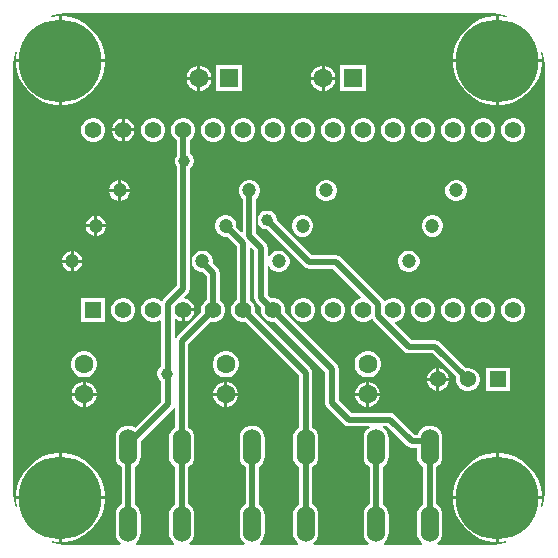
<source format=gbl>
G04*
G04 #@! TF.GenerationSoftware,Altium Limited,Altium Designer,23.6.0 (18)*
G04*
G04 Layer_Physical_Order=2*
G04 Layer_Color=16711680*
%FSLAX25Y25*%
%MOIN*%
G70*
G04*
G04 #@! TF.SameCoordinates,54EF131F-FBDF-42A5-9582-CEBE5E936E37*
G04*
G04*
G04 #@! TF.FilePolarity,Positive*
G04*
G01*
G75*
%ADD16C,0.05567*%
%ADD17R,0.05567X0.05567*%
%ADD26C,0.01968*%
%ADD27C,0.04724*%
%ADD28C,0.06299*%
%ADD29O,0.06000X0.12000*%
%ADD30C,0.27559*%
%ADD31C,0.05394*%
%ADD32R,0.05394X0.05394*%
%ADD33R,0.06299X0.06299*%
%ADD34C,0.03937*%
G36*
X167953Y182872D02*
X169657Y182533D01*
X170415Y182303D01*
X170303Y181815D01*
X168486Y182102D01*
X167823D01*
Y167823D01*
X182102D01*
Y168486D01*
X181815Y170303D01*
X182303Y170415D01*
X182533Y169657D01*
X182872Y167953D01*
X183042Y166223D01*
Y165354D01*
Y23622D01*
Y22753D01*
X182872Y21024D01*
X182533Y19319D01*
X182303Y18561D01*
X181815Y18673D01*
X182102Y20490D01*
Y21154D01*
X167823D01*
Y6874D01*
X168486D01*
X170303Y7162D01*
X170415Y6673D01*
X169657Y6443D01*
X167953Y6104D01*
X166223Y5934D01*
X147390D01*
X147221Y6434D01*
X147709Y6808D01*
X148379Y7682D01*
X148800Y8699D01*
X148944Y9791D01*
Y15790D01*
X148800Y16882D01*
X148379Y17899D01*
X147709Y18773D01*
X146934Y19367D01*
Y31815D01*
X147709Y32409D01*
X148379Y33282D01*
X148800Y34299D01*
X148944Y35391D01*
Y41391D01*
X148800Y42482D01*
X148379Y43499D01*
X147709Y44373D01*
X146835Y45043D01*
X145818Y45464D01*
X144727Y45608D01*
X143635Y45464D01*
X142618Y45043D01*
X141745Y44373D01*
X141075Y43499D01*
X140708Y42614D01*
X139642D01*
X133039Y49217D01*
X132323Y49696D01*
X131478Y49863D01*
X118613D01*
X114412Y54064D01*
Y64518D01*
X114244Y65363D01*
X113766Y66079D01*
X96446Y83399D01*
X96514Y83651D01*
Y84695D01*
X96244Y85703D01*
X95722Y86607D01*
X94984Y87346D01*
X94080Y87868D01*
X93071Y88138D01*
X92027D01*
X91812Y88080D01*
X90725Y89168D01*
Y98610D01*
X90811Y98676D01*
X91464Y98545D01*
X91653Y98218D01*
X92313Y97558D01*
X93120Y97092D01*
X94022Y96850D01*
X94955D01*
X95856Y97092D01*
X96664Y97558D01*
X97324Y98218D01*
X97790Y99026D01*
X98032Y99927D01*
Y100860D01*
X97790Y101761D01*
X97324Y102569D01*
X96664Y103229D01*
X95856Y103695D01*
X94955Y103937D01*
X94022D01*
X93120Y103695D01*
X92313Y103229D01*
X91653Y102569D01*
X91464Y102242D01*
X90811Y102112D01*
X90725Y102178D01*
Y104914D01*
X90557Y105759D01*
X90078Y106475D01*
X86853Y109699D01*
Y121213D01*
X87481Y121840D01*
X87947Y122648D01*
X88189Y123549D01*
Y124482D01*
X87947Y125383D01*
X87481Y126191D01*
X86821Y126851D01*
X86013Y127318D01*
X85112Y127559D01*
X84179D01*
X83278Y127318D01*
X82470Y126851D01*
X81810Y126191D01*
X81344Y125383D01*
X81102Y124482D01*
Y123549D01*
X81344Y122648D01*
X81810Y121840D01*
X82438Y121213D01*
Y110314D01*
X81976Y110123D01*
X80315Y111784D01*
Y112671D01*
X80073Y113572D01*
X79607Y114380D01*
X78947Y115040D01*
X78139Y115506D01*
X77238Y115748D01*
X76305D01*
X75404Y115506D01*
X74596Y115040D01*
X73936Y114380D01*
X73470Y113572D01*
X73228Y112671D01*
Y111738D01*
X73470Y110837D01*
X73936Y110029D01*
X74596Y109369D01*
X75404Y108903D01*
X76305Y108661D01*
X77193D01*
X80341Y105513D01*
Y87476D01*
X80115Y87346D01*
X79377Y86607D01*
X78855Y85703D01*
X78585Y84695D01*
Y83651D01*
X78855Y82643D01*
X79377Y81739D01*
X80115Y81001D01*
X81019Y80479D01*
X82027Y80209D01*
X83071D01*
X83324Y80276D01*
X101180Y62420D01*
Y44967D01*
X100406Y44373D01*
X99736Y43499D01*
X99315Y42482D01*
X99171Y41391D01*
Y35391D01*
X99315Y34299D01*
X99736Y33282D01*
X100406Y32409D01*
X101180Y31815D01*
Y19367D01*
X100406Y18773D01*
X99736Y17899D01*
X99315Y16882D01*
X99171Y15790D01*
Y9791D01*
X99315Y8699D01*
X99736Y7682D01*
X100406Y6808D01*
X100894Y6434D01*
X100724Y5934D01*
X88252D01*
X88082Y6434D01*
X88570Y6808D01*
X89240Y7682D01*
X89662Y8699D01*
X89805Y9791D01*
Y15790D01*
X89662Y16882D01*
X89240Y17899D01*
X88570Y18773D01*
X87796Y19367D01*
Y31815D01*
X88570Y32409D01*
X89240Y33282D01*
X89662Y34299D01*
X89805Y35391D01*
Y41391D01*
X89662Y42482D01*
X89240Y43499D01*
X88570Y44373D01*
X87697Y45043D01*
X86680Y45464D01*
X85588Y45608D01*
X84497Y45464D01*
X83480Y45043D01*
X82606Y44373D01*
X81936Y43499D01*
X81515Y42482D01*
X81371Y41391D01*
Y35391D01*
X81515Y34299D01*
X81936Y33282D01*
X82606Y32409D01*
X83380Y31815D01*
Y19367D01*
X82606Y18773D01*
X81936Y17899D01*
X81515Y16882D01*
X81371Y15790D01*
Y9791D01*
X81515Y8699D01*
X81936Y7682D01*
X82606Y6808D01*
X83094Y6434D01*
X82924Y5934D01*
X64713D01*
X64543Y6434D01*
X65032Y6808D01*
X65702Y7682D01*
X66123Y8699D01*
X66267Y9791D01*
Y15790D01*
X66123Y16882D01*
X65702Y17899D01*
X65032Y18773D01*
X64257Y19367D01*
Y31815D01*
X65032Y32409D01*
X65702Y33282D01*
X66123Y34299D01*
X66267Y35391D01*
Y41391D01*
X66123Y42482D01*
X65702Y43499D01*
X65032Y44373D01*
X64257Y44967D01*
Y72759D01*
X71775Y80276D01*
X72027Y80209D01*
X73071D01*
X74080Y80479D01*
X74984Y81001D01*
X75722Y81739D01*
X76244Y82643D01*
X76514Y83651D01*
Y84695D01*
X76244Y85703D01*
X75722Y86607D01*
X74984Y87346D01*
X74757Y87476D01*
Y96529D01*
X74589Y97374D01*
X74110Y98090D01*
X72405Y99795D01*
X72441Y99927D01*
Y100860D01*
X72199Y101761D01*
X71733Y102569D01*
X71073Y103229D01*
X70265Y103695D01*
X69364Y103937D01*
X68431D01*
X67530Y103695D01*
X66722Y103229D01*
X66062Y102569D01*
X65596Y101761D01*
X65354Y100860D01*
Y99927D01*
X65596Y99026D01*
X66062Y98218D01*
X66722Y97558D01*
X67530Y97092D01*
X68431Y96850D01*
X69105D01*
X70341Y95614D01*
Y87476D01*
X70115Y87346D01*
X69377Y86607D01*
X68855Y85703D01*
X68585Y84695D01*
Y83651D01*
X68652Y83399D01*
X60488Y75235D01*
X60206Y74812D01*
X59706Y74963D01*
Y81013D01*
X60168Y81204D01*
X60226Y81146D01*
X61089Y80648D01*
X62049Y80390D01*
Y84173D01*
X62549D01*
Y84673D01*
X66332D01*
X66075Y85634D01*
X65577Y86496D01*
X64872Y87201D01*
X64010Y87699D01*
X63139Y87932D01*
X62903Y88404D01*
X64110Y89611D01*
X64589Y90327D01*
X64757Y91172D01*
Y131240D01*
X64926Y131338D01*
X65512Y131924D01*
X65927Y132643D01*
X66142Y133444D01*
Y134273D01*
X65927Y135074D01*
X65512Y135792D01*
X64926Y136379D01*
X64757Y136476D01*
Y140870D01*
X64983Y141001D01*
X65722Y141739D01*
X66244Y142643D01*
X66514Y143651D01*
Y144695D01*
X66244Y145703D01*
X65722Y146607D01*
X64983Y147346D01*
X64079Y147868D01*
X63071Y148138D01*
X62027D01*
X61019Y147868D01*
X60115Y147346D01*
X59377Y146607D01*
X58855Y145703D01*
X58585Y144695D01*
Y143651D01*
X58855Y142643D01*
X59377Y141739D01*
X60115Y141001D01*
X60341Y140870D01*
Y135566D01*
X60057Y135074D01*
X59842Y134273D01*
Y133444D01*
X60057Y132643D01*
X60341Y132150D01*
Y92086D01*
X55937Y87682D01*
X55704Y87333D01*
X55060Y87269D01*
X54984Y87346D01*
X54080Y87868D01*
X53071Y88138D01*
X52027D01*
X51019Y87868D01*
X50115Y87346D01*
X49377Y86607D01*
X48855Y85703D01*
X48585Y84695D01*
Y83651D01*
X48855Y82643D01*
X49377Y81739D01*
X50115Y81001D01*
X51019Y80479D01*
X52027Y80209D01*
X53071D01*
X54080Y80479D01*
X54790Y80889D01*
X55290Y80642D01*
Y65592D01*
X55153Y65512D01*
X54566Y64926D01*
X54152Y64208D01*
X53937Y63407D01*
Y62577D01*
X54152Y61776D01*
X54566Y61058D01*
X55153Y60472D01*
X55290Y60392D01*
Y53585D01*
X46579Y44873D01*
X46358Y45043D01*
X45341Y45464D01*
X44250Y45608D01*
X43158Y45464D01*
X42141Y45043D01*
X41268Y44373D01*
X40597Y43499D01*
X40176Y42482D01*
X40032Y41391D01*
Y35391D01*
X40176Y34299D01*
X40597Y33282D01*
X41268Y32409D01*
X42042Y31815D01*
Y19367D01*
X41268Y18773D01*
X40597Y17899D01*
X40176Y16882D01*
X40032Y15790D01*
Y9791D01*
X40176Y8699D01*
X40597Y7682D01*
X41268Y6808D01*
X41756Y6434D01*
X41586Y5934D01*
X22753D01*
X21023Y6104D01*
X19319Y6443D01*
X18561Y6673D01*
X18673Y7162D01*
X20490Y6874D01*
X21154D01*
Y21154D01*
X6874D01*
Y20490D01*
X7162Y18673D01*
X6673Y18561D01*
X6443Y19319D01*
X6104Y21023D01*
X5934Y22753D01*
Y23622D01*
Y165354D01*
Y166223D01*
X6104Y167953D01*
X6443Y169657D01*
X6673Y170415D01*
X7162Y170303D01*
X6874Y168486D01*
Y167823D01*
X21154D01*
Y182102D01*
X20490D01*
X18673Y181815D01*
X18561Y182303D01*
X19319Y182533D01*
X21024Y182872D01*
X22753Y183042D01*
X166223D01*
X167953Y182872D01*
D02*
G37*
G36*
X137166Y38845D02*
X137883Y38367D01*
X138728Y38199D01*
X140510D01*
Y35391D01*
X140653Y34299D01*
X141075Y33282D01*
X141745Y32409D01*
X142519Y31815D01*
Y19367D01*
X141745Y18773D01*
X141075Y17899D01*
X140653Y16882D01*
X140510Y15790D01*
Y9791D01*
X140653Y8699D01*
X141075Y7682D01*
X141745Y6808D01*
X142233Y6434D01*
X142063Y5934D01*
X129590D01*
X129421Y6434D01*
X129909Y6808D01*
X130579Y7682D01*
X131000Y8699D01*
X131144Y9791D01*
Y15790D01*
X131000Y16882D01*
X130579Y17899D01*
X129909Y18773D01*
X129135Y19367D01*
Y31815D01*
X129909Y32409D01*
X130579Y33282D01*
X131000Y34299D01*
X131144Y35391D01*
Y41391D01*
X131000Y42482D01*
X130579Y43499D01*
X129909Y44373D01*
X129159Y44948D01*
X129308Y45448D01*
X130564D01*
X137166Y38845D01*
D02*
G37*
G36*
X86309Y103999D02*
Y88253D01*
X86477Y87408D01*
X86956Y86692D01*
X88662Y84985D01*
X88585Y84695D01*
Y83651D01*
X88855Y82643D01*
X89377Y81739D01*
X90115Y81001D01*
X91019Y80479D01*
X92027Y80209D01*
X93071D01*
X93324Y80276D01*
X109997Y63603D01*
Y53150D01*
X110165Y52305D01*
X110644Y51588D01*
X116137Y46095D01*
X116854Y45616D01*
X117699Y45448D01*
X124546D01*
X124695Y44948D01*
X123945Y44373D01*
X123275Y43499D01*
X122853Y42482D01*
X122710Y41391D01*
Y35391D01*
X122853Y34299D01*
X123275Y33282D01*
X123945Y32409D01*
X124719Y31815D01*
Y19367D01*
X123945Y18773D01*
X123275Y17899D01*
X122853Y16882D01*
X122710Y15790D01*
Y9791D01*
X122853Y8699D01*
X123275Y7682D01*
X123945Y6808D01*
X124433Y6434D01*
X124263Y5934D01*
X106052D01*
X105882Y6434D01*
X106370Y6808D01*
X107040Y7682D01*
X107462Y8699D01*
X107605Y9791D01*
Y15790D01*
X107462Y16882D01*
X107040Y17899D01*
X106370Y18773D01*
X105596Y19367D01*
Y31815D01*
X106370Y32409D01*
X107040Y33282D01*
X107462Y34299D01*
X107605Y35391D01*
Y41391D01*
X107462Y42482D01*
X107040Y43499D01*
X106370Y44373D01*
X105596Y44967D01*
Y63334D01*
X105428Y64179D01*
X104949Y64895D01*
X86446Y83399D01*
X86514Y83651D01*
Y84695D01*
X86244Y85703D01*
X85722Y86607D01*
X84983Y87346D01*
X84757Y87476D01*
Y104898D01*
X85219Y105089D01*
X86309Y103999D01*
D02*
G37*
G36*
X59842Y51381D02*
Y44967D01*
X59068Y44373D01*
X58397Y43499D01*
X57976Y42482D01*
X57832Y41391D01*
Y35391D01*
X57976Y34299D01*
X58397Y33282D01*
X59068Y32409D01*
X59842Y31815D01*
Y19367D01*
X59068Y18773D01*
X58397Y17899D01*
X57976Y16882D01*
X57832Y15790D01*
Y9791D01*
X57976Y8699D01*
X58397Y7682D01*
X59068Y6808D01*
X59556Y6434D01*
X59386Y5934D01*
X46913D01*
X46744Y6434D01*
X47232Y6808D01*
X47902Y7682D01*
X48323Y8699D01*
X48467Y9791D01*
Y15790D01*
X48323Y16882D01*
X47902Y17899D01*
X47232Y18773D01*
X46457Y19367D01*
Y31815D01*
X47232Y32409D01*
X47902Y33282D01*
X48323Y34299D01*
X48467Y35391D01*
Y40517D01*
X59059Y51109D01*
X59342Y51532D01*
X59842Y51381D01*
D02*
G37*
%LPC*%
G36*
X166823Y182102D02*
X166160D01*
X163862Y181738D01*
X161650Y181020D01*
X159577Y179963D01*
X157695Y178596D01*
X156050Y176951D01*
X154682Y175069D01*
X153626Y172996D01*
X152907Y170784D01*
X152543Y168486D01*
Y167823D01*
X166823D01*
Y182102D01*
D02*
G37*
G36*
X22817D02*
X22153D01*
Y167823D01*
X36433D01*
Y168486D01*
X36069Y170784D01*
X35350Y172996D01*
X34294Y175069D01*
X32927Y176951D01*
X31282Y178596D01*
X29400Y179963D01*
X27327Y181020D01*
X25114Y181738D01*
X22817Y182102D01*
D02*
G37*
G36*
X109720Y165567D02*
X109673D01*
Y161917D01*
X113323D01*
Y161964D01*
X113040Y163019D01*
X112494Y163965D01*
X111721Y164738D01*
X110775Y165284D01*
X109720Y165567D01*
D02*
G37*
G36*
X68381D02*
X68335D01*
Y161917D01*
X71984D01*
Y161964D01*
X71702Y163019D01*
X71155Y163965D01*
X70383Y164738D01*
X69436Y165284D01*
X68381Y165567D01*
D02*
G37*
G36*
X67335D02*
X67288D01*
X66233Y165284D01*
X65287Y164738D01*
X64514Y163965D01*
X63968Y163019D01*
X63685Y161964D01*
Y161917D01*
X67335D01*
Y165567D01*
D02*
G37*
G36*
X108673D02*
X108627D01*
X107571Y165284D01*
X106625Y164738D01*
X105853Y163965D01*
X105306Y163019D01*
X105024Y161964D01*
Y161917D01*
X108673D01*
Y165567D01*
D02*
G37*
G36*
X113323Y160917D02*
X109673D01*
Y157268D01*
X109720D01*
X110775Y157551D01*
X111721Y158097D01*
X112494Y158869D01*
X113040Y159816D01*
X113323Y160871D01*
Y160917D01*
D02*
G37*
G36*
X108673D02*
X105024D01*
Y160871D01*
X105306Y159816D01*
X105853Y158869D01*
X106625Y158097D01*
X107571Y157551D01*
X108627Y157268D01*
X108673D01*
Y160917D01*
D02*
G37*
G36*
X71984D02*
X68335D01*
Y157268D01*
X68381D01*
X69436Y157551D01*
X70383Y158097D01*
X71155Y158869D01*
X71702Y159816D01*
X71984Y160871D01*
Y160917D01*
D02*
G37*
G36*
X67335D02*
X63685D01*
Y160871D01*
X63968Y159816D01*
X64514Y158869D01*
X65287Y158097D01*
X66233Y157551D01*
X67288Y157268D01*
X67335D01*
Y160917D01*
D02*
G37*
G36*
X123504Y165748D02*
X114842D01*
Y157087D01*
X123504D01*
Y165748D01*
D02*
G37*
G36*
X82165D02*
X73504D01*
Y157087D01*
X82165D01*
Y165748D01*
D02*
G37*
G36*
X182102Y166823D02*
X167823D01*
Y152543D01*
X168486D01*
X170784Y152907D01*
X172996Y153626D01*
X175069Y154682D01*
X176951Y156050D01*
X178596Y157695D01*
X179963Y159577D01*
X181020Y161650D01*
X181738Y163862D01*
X182102Y166160D01*
Y166823D01*
D02*
G37*
G36*
X166823D02*
X152543D01*
Y166160D01*
X152907Y163862D01*
X153626Y161650D01*
X154682Y159577D01*
X156050Y157695D01*
X157695Y156050D01*
X159577Y154682D01*
X161650Y153626D01*
X163862Y152907D01*
X166160Y152543D01*
X166823D01*
Y166823D01*
D02*
G37*
G36*
X36433D02*
X22153D01*
Y152543D01*
X22817D01*
X25114Y152907D01*
X27327Y153626D01*
X29400Y154682D01*
X31282Y156050D01*
X32927Y157695D01*
X34294Y159577D01*
X35350Y161650D01*
X36069Y163862D01*
X36433Y166160D01*
Y166823D01*
D02*
G37*
G36*
X21154D02*
X6874D01*
Y166160D01*
X7238Y163862D01*
X7957Y161650D01*
X9013Y159577D01*
X10380Y157695D01*
X12025Y156050D01*
X13907Y154682D01*
X15980Y153626D01*
X18193Y152907D01*
X20490Y152543D01*
X21154D01*
Y166823D01*
D02*
G37*
G36*
X43049Y147956D02*
Y144673D01*
X46332D01*
X46075Y145634D01*
X45577Y146496D01*
X44872Y147201D01*
X44010Y147699D01*
X43049Y147956D01*
D02*
G37*
G36*
X42049D02*
X41089Y147699D01*
X40226Y147201D01*
X39522Y146496D01*
X39024Y145634D01*
X38766Y144673D01*
X42049D01*
Y147956D01*
D02*
G37*
G36*
X46332Y143673D02*
X43049D01*
Y140390D01*
X44010Y140648D01*
X44872Y141146D01*
X45577Y141850D01*
X46075Y142713D01*
X46332Y143673D01*
D02*
G37*
G36*
X42049D02*
X38766D01*
X39024Y142713D01*
X39522Y141850D01*
X40226Y141146D01*
X41089Y140648D01*
X42049Y140390D01*
Y143673D01*
D02*
G37*
G36*
X173071Y148138D02*
X172027D01*
X171019Y147868D01*
X170115Y147346D01*
X169377Y146607D01*
X168855Y145703D01*
X168585Y144695D01*
Y143651D01*
X168855Y142643D01*
X169377Y141739D01*
X170115Y141001D01*
X171019Y140479D01*
X172027Y140209D01*
X173071D01*
X174080Y140479D01*
X174984Y141001D01*
X175722Y141739D01*
X176244Y142643D01*
X176514Y143651D01*
Y144695D01*
X176244Y145703D01*
X175722Y146607D01*
X174984Y147346D01*
X174080Y147868D01*
X173071Y148138D01*
D02*
G37*
G36*
X163071D02*
X162027D01*
X161019Y147868D01*
X160115Y147346D01*
X159377Y146607D01*
X158855Y145703D01*
X158585Y144695D01*
Y143651D01*
X158855Y142643D01*
X159377Y141739D01*
X160115Y141001D01*
X161019Y140479D01*
X162027Y140209D01*
X163071D01*
X164079Y140479D01*
X164983Y141001D01*
X165722Y141739D01*
X166244Y142643D01*
X166514Y143651D01*
Y144695D01*
X166244Y145703D01*
X165722Y146607D01*
X164983Y147346D01*
X164079Y147868D01*
X163071Y148138D01*
D02*
G37*
G36*
X153071D02*
X152027D01*
X151019Y147868D01*
X150115Y147346D01*
X149377Y146607D01*
X148855Y145703D01*
X148585Y144695D01*
Y143651D01*
X148855Y142643D01*
X149377Y141739D01*
X150115Y141001D01*
X151019Y140479D01*
X152027Y140209D01*
X153071D01*
X154079Y140479D01*
X154983Y141001D01*
X155722Y141739D01*
X156244Y142643D01*
X156514Y143651D01*
Y144695D01*
X156244Y145703D01*
X155722Y146607D01*
X154983Y147346D01*
X154079Y147868D01*
X153071Y148138D01*
D02*
G37*
G36*
X143071D02*
X142027D01*
X141019Y147868D01*
X140115Y147346D01*
X139377Y146607D01*
X138855Y145703D01*
X138585Y144695D01*
Y143651D01*
X138855Y142643D01*
X139377Y141739D01*
X140115Y141001D01*
X141019Y140479D01*
X142027Y140209D01*
X143071D01*
X144079Y140479D01*
X144983Y141001D01*
X145722Y141739D01*
X146244Y142643D01*
X146514Y143651D01*
Y144695D01*
X146244Y145703D01*
X145722Y146607D01*
X144983Y147346D01*
X144079Y147868D01*
X143071Y148138D01*
D02*
G37*
G36*
X133071D02*
X132027D01*
X131019Y147868D01*
X130115Y147346D01*
X129377Y146607D01*
X128855Y145703D01*
X128585Y144695D01*
Y143651D01*
X128855Y142643D01*
X129377Y141739D01*
X130115Y141001D01*
X131019Y140479D01*
X132027Y140209D01*
X133071D01*
X134080Y140479D01*
X134984Y141001D01*
X135722Y141739D01*
X136244Y142643D01*
X136514Y143651D01*
Y144695D01*
X136244Y145703D01*
X135722Y146607D01*
X134984Y147346D01*
X134080Y147868D01*
X133071Y148138D01*
D02*
G37*
G36*
X123071D02*
X122027D01*
X121019Y147868D01*
X120115Y147346D01*
X119377Y146607D01*
X118855Y145703D01*
X118585Y144695D01*
Y143651D01*
X118855Y142643D01*
X119377Y141739D01*
X120115Y141001D01*
X121019Y140479D01*
X122027Y140209D01*
X123071D01*
X124080Y140479D01*
X124984Y141001D01*
X125722Y141739D01*
X126244Y142643D01*
X126514Y143651D01*
Y144695D01*
X126244Y145703D01*
X125722Y146607D01*
X124984Y147346D01*
X124080Y147868D01*
X123071Y148138D01*
D02*
G37*
G36*
X113071D02*
X112027D01*
X111019Y147868D01*
X110115Y147346D01*
X109377Y146607D01*
X108855Y145703D01*
X108585Y144695D01*
Y143651D01*
X108855Y142643D01*
X109377Y141739D01*
X110115Y141001D01*
X111019Y140479D01*
X112027Y140209D01*
X113071D01*
X114079Y140479D01*
X114983Y141001D01*
X115722Y141739D01*
X116244Y142643D01*
X116514Y143651D01*
Y144695D01*
X116244Y145703D01*
X115722Y146607D01*
X114983Y147346D01*
X114079Y147868D01*
X113071Y148138D01*
D02*
G37*
G36*
X103071D02*
X102027D01*
X101019Y147868D01*
X100115Y147346D01*
X99377Y146607D01*
X98855Y145703D01*
X98585Y144695D01*
Y143651D01*
X98855Y142643D01*
X99377Y141739D01*
X100115Y141001D01*
X101019Y140479D01*
X102027Y140209D01*
X103071D01*
X104079Y140479D01*
X104983Y141001D01*
X105722Y141739D01*
X106244Y142643D01*
X106514Y143651D01*
Y144695D01*
X106244Y145703D01*
X105722Y146607D01*
X104983Y147346D01*
X104079Y147868D01*
X103071Y148138D01*
D02*
G37*
G36*
X93071D02*
X92027D01*
X91019Y147868D01*
X90115Y147346D01*
X89377Y146607D01*
X88855Y145703D01*
X88585Y144695D01*
Y143651D01*
X88855Y142643D01*
X89377Y141739D01*
X90115Y141001D01*
X91019Y140479D01*
X92027Y140209D01*
X93071D01*
X94080Y140479D01*
X94984Y141001D01*
X95722Y141739D01*
X96244Y142643D01*
X96514Y143651D01*
Y144695D01*
X96244Y145703D01*
X95722Y146607D01*
X94984Y147346D01*
X94080Y147868D01*
X93071Y148138D01*
D02*
G37*
G36*
X83071D02*
X82027D01*
X81019Y147868D01*
X80115Y147346D01*
X79377Y146607D01*
X78855Y145703D01*
X78585Y144695D01*
Y143651D01*
X78855Y142643D01*
X79377Y141739D01*
X80115Y141001D01*
X81019Y140479D01*
X82027Y140209D01*
X83071D01*
X84079Y140479D01*
X84983Y141001D01*
X85722Y141739D01*
X86244Y142643D01*
X86514Y143651D01*
Y144695D01*
X86244Y145703D01*
X85722Y146607D01*
X84983Y147346D01*
X84079Y147868D01*
X83071Y148138D01*
D02*
G37*
G36*
X73071D02*
X72027D01*
X71019Y147868D01*
X70115Y147346D01*
X69377Y146607D01*
X68855Y145703D01*
X68585Y144695D01*
Y143651D01*
X68855Y142643D01*
X69377Y141739D01*
X70115Y141001D01*
X71019Y140479D01*
X72027Y140209D01*
X73071D01*
X74080Y140479D01*
X74984Y141001D01*
X75722Y141739D01*
X76244Y142643D01*
X76514Y143651D01*
Y144695D01*
X76244Y145703D01*
X75722Y146607D01*
X74984Y147346D01*
X74080Y147868D01*
X73071Y148138D01*
D02*
G37*
G36*
X53071D02*
X52027D01*
X51019Y147868D01*
X50115Y147346D01*
X49377Y146607D01*
X48855Y145703D01*
X48585Y144695D01*
Y143651D01*
X48855Y142643D01*
X49377Y141739D01*
X50115Y141001D01*
X51019Y140479D01*
X52027Y140209D01*
X53071D01*
X54080Y140479D01*
X54984Y141001D01*
X55722Y141739D01*
X56244Y142643D01*
X56514Y143651D01*
Y144695D01*
X56244Y145703D01*
X55722Y146607D01*
X54984Y147346D01*
X54080Y147868D01*
X53071Y148138D01*
D02*
G37*
G36*
X33071D02*
X32027D01*
X31019Y147868D01*
X30115Y147346D01*
X29377Y146607D01*
X28855Y145703D01*
X28585Y144695D01*
Y143651D01*
X28855Y142643D01*
X29377Y141739D01*
X30115Y141001D01*
X31019Y140479D01*
X32027Y140209D01*
X33071D01*
X34080Y140479D01*
X34984Y141001D01*
X35722Y141739D01*
X36244Y142643D01*
X36514Y143651D01*
Y144695D01*
X36244Y145703D01*
X35722Y146607D01*
X34984Y147346D01*
X34080Y147868D01*
X33071Y148138D01*
D02*
G37*
G36*
X41839Y127363D02*
Y124516D01*
X44685D01*
X44472Y125313D01*
X44029Y126080D01*
X43403Y126706D01*
X42636Y127149D01*
X41839Y127363D01*
D02*
G37*
G36*
X40839D02*
X40041Y127149D01*
X39274Y126706D01*
X38648Y126080D01*
X38206Y125313D01*
X37992Y124516D01*
X40839D01*
Y127363D01*
D02*
G37*
G36*
X44685Y123516D02*
X41839D01*
Y120669D01*
X42636Y120883D01*
X43403Y121325D01*
X44029Y121951D01*
X44472Y122718D01*
X44685Y123516D01*
D02*
G37*
G36*
X40839D02*
X37992D01*
X38206Y122718D01*
X38648Y121951D01*
X39274Y121325D01*
X40041Y120883D01*
X40839Y120669D01*
Y123516D01*
D02*
G37*
G36*
X154010Y127559D02*
X153077D01*
X152176Y127318D01*
X151368Y126851D01*
X150708Y126191D01*
X150241Y125383D01*
X150000Y124482D01*
Y123549D01*
X150241Y122648D01*
X150708Y121840D01*
X151368Y121180D01*
X152176Y120714D01*
X153077Y120473D01*
X154010D01*
X154911Y120714D01*
X155719Y121180D01*
X156379Y121840D01*
X156845Y122648D01*
X157087Y123549D01*
Y124482D01*
X156845Y125383D01*
X156379Y126191D01*
X155719Y126851D01*
X154911Y127318D01*
X154010Y127559D01*
D02*
G37*
G36*
X110703D02*
X109770D01*
X108869Y127318D01*
X108061Y126851D01*
X107401Y126191D01*
X106934Y125383D01*
X106693Y124482D01*
Y123549D01*
X106934Y122648D01*
X107401Y121840D01*
X108061Y121180D01*
X108869Y120714D01*
X109770Y120473D01*
X110703D01*
X111604Y120714D01*
X112412Y121180D01*
X113072Y121840D01*
X113538Y122648D01*
X113779Y123549D01*
Y124482D01*
X113538Y125383D01*
X113072Y126191D01*
X112412Y126851D01*
X111604Y127318D01*
X110703Y127559D01*
D02*
G37*
G36*
X33965Y115551D02*
Y112705D01*
X36811D01*
X36598Y113503D01*
X36155Y114269D01*
X35529Y114895D01*
X34762Y115338D01*
X33965Y115551D01*
D02*
G37*
G36*
X32965D02*
X32167Y115338D01*
X31400Y114895D01*
X30774Y114269D01*
X30332Y113503D01*
X30118Y112705D01*
X32965D01*
Y115551D01*
D02*
G37*
G36*
X36811Y111705D02*
X33965D01*
Y108858D01*
X34762Y109072D01*
X35529Y109514D01*
X36155Y110140D01*
X36598Y110907D01*
X36811Y111705D01*
D02*
G37*
G36*
X32965D02*
X30118D01*
X30332Y110907D01*
X30774Y110140D01*
X31400Y109514D01*
X32167Y109072D01*
X32965Y108858D01*
Y111705D01*
D02*
G37*
G36*
X146136Y115748D02*
X145203D01*
X144302Y115506D01*
X143494Y115040D01*
X142834Y114380D01*
X142367Y113572D01*
X142126Y112671D01*
Y111738D01*
X142367Y110837D01*
X142834Y110029D01*
X143494Y109369D01*
X144302Y108903D01*
X145203Y108661D01*
X146136D01*
X147037Y108903D01*
X147845Y109369D01*
X148505Y110029D01*
X148971Y110837D01*
X149213Y111738D01*
Y112671D01*
X148971Y113572D01*
X148505Y114380D01*
X147845Y115040D01*
X147037Y115506D01*
X146136Y115748D01*
D02*
G37*
G36*
X102829D02*
X101896D01*
X100995Y115506D01*
X100187Y115040D01*
X99527Y114380D01*
X99060Y113572D01*
X98819Y112671D01*
Y111738D01*
X99060Y110837D01*
X99527Y110029D01*
X100187Y109369D01*
X100995Y108903D01*
X101896Y108661D01*
X102829D01*
X103730Y108903D01*
X104538Y109369D01*
X105198Y110029D01*
X105664Y110837D01*
X105905Y111738D01*
Y112671D01*
X105664Y113572D01*
X105198Y114380D01*
X104538Y115040D01*
X103730Y115506D01*
X102829Y115748D01*
D02*
G37*
G36*
X26091Y103741D02*
Y100894D01*
X28937D01*
X28724Y101691D01*
X28281Y102458D01*
X27655Y103084D01*
X26888Y103527D01*
X26091Y103741D01*
D02*
G37*
G36*
X25091D02*
X24293Y103527D01*
X23526Y103084D01*
X22900Y102458D01*
X22457Y101691D01*
X22244Y100894D01*
X25091D01*
Y103741D01*
D02*
G37*
G36*
X28937Y99894D02*
X26091D01*
Y97047D01*
X26888Y97261D01*
X27655Y97703D01*
X28281Y98329D01*
X28724Y99096D01*
X28937Y99894D01*
D02*
G37*
G36*
X25091D02*
X22244D01*
X22457Y99096D01*
X22900Y98329D01*
X23526Y97703D01*
X24293Y97261D01*
X25091Y97047D01*
Y99894D01*
D02*
G37*
G36*
X138262Y103937D02*
X137329D01*
X136428Y103695D01*
X135620Y103229D01*
X134960Y102569D01*
X134493Y101761D01*
X134252Y100860D01*
Y99927D01*
X134493Y99026D01*
X134960Y98218D01*
X135620Y97558D01*
X136428Y97092D01*
X137329Y96850D01*
X138262D01*
X139163Y97092D01*
X139971Y97558D01*
X140631Y98218D01*
X141097Y99026D01*
X141339Y99927D01*
Y100860D01*
X141097Y101761D01*
X140631Y102569D01*
X139971Y103229D01*
X139163Y103695D01*
X138262Y103937D01*
D02*
G37*
G36*
X66332Y83673D02*
X63049D01*
Y80390D01*
X64010Y80648D01*
X64872Y81146D01*
X65577Y81850D01*
X66075Y82713D01*
X66332Y83673D01*
D02*
G37*
G36*
X173071Y88138D02*
X172027D01*
X171019Y87868D01*
X170115Y87346D01*
X169377Y86607D01*
X168855Y85703D01*
X168585Y84695D01*
Y83651D01*
X168855Y82643D01*
X169377Y81739D01*
X170115Y81001D01*
X171019Y80479D01*
X172027Y80209D01*
X173071D01*
X174080Y80479D01*
X174984Y81001D01*
X175722Y81739D01*
X176244Y82643D01*
X176514Y83651D01*
Y84695D01*
X176244Y85703D01*
X175722Y86607D01*
X174984Y87346D01*
X174080Y87868D01*
X173071Y88138D01*
D02*
G37*
G36*
X163071D02*
X162027D01*
X161019Y87868D01*
X160115Y87346D01*
X159377Y86607D01*
X158855Y85703D01*
X158585Y84695D01*
Y83651D01*
X158855Y82643D01*
X159377Y81739D01*
X160115Y81001D01*
X161019Y80479D01*
X162027Y80209D01*
X163071D01*
X164079Y80479D01*
X164983Y81001D01*
X165722Y81739D01*
X166244Y82643D01*
X166514Y83651D01*
Y84695D01*
X166244Y85703D01*
X165722Y86607D01*
X164983Y87346D01*
X164079Y87868D01*
X163071Y88138D01*
D02*
G37*
G36*
X153071D02*
X152027D01*
X151019Y87868D01*
X150115Y87346D01*
X149377Y86607D01*
X148855Y85703D01*
X148585Y84695D01*
Y83651D01*
X148855Y82643D01*
X149377Y81739D01*
X150115Y81001D01*
X151019Y80479D01*
X152027Y80209D01*
X153071D01*
X154079Y80479D01*
X154983Y81001D01*
X155722Y81739D01*
X156244Y82643D01*
X156514Y83651D01*
Y84695D01*
X156244Y85703D01*
X155722Y86607D01*
X154983Y87346D01*
X154079Y87868D01*
X153071Y88138D01*
D02*
G37*
G36*
X143071D02*
X142027D01*
X141019Y87868D01*
X140115Y87346D01*
X139377Y86607D01*
X138855Y85703D01*
X138585Y84695D01*
Y83651D01*
X138855Y82643D01*
X139377Y81739D01*
X140115Y81001D01*
X141019Y80479D01*
X142027Y80209D01*
X143071D01*
X144079Y80479D01*
X144983Y81001D01*
X145722Y81739D01*
X146244Y82643D01*
X146514Y83651D01*
Y84695D01*
X146244Y85703D01*
X145722Y86607D01*
X144983Y87346D01*
X144079Y87868D01*
X143071Y88138D01*
D02*
G37*
G36*
X113071D02*
X112027D01*
X111019Y87868D01*
X110115Y87346D01*
X109377Y86607D01*
X108855Y85703D01*
X108585Y84695D01*
Y83651D01*
X108855Y82643D01*
X109377Y81739D01*
X110115Y81001D01*
X111019Y80479D01*
X112027Y80209D01*
X113071D01*
X114079Y80479D01*
X114983Y81001D01*
X115722Y81739D01*
X116244Y82643D01*
X116514Y83651D01*
Y84695D01*
X116244Y85703D01*
X115722Y86607D01*
X114983Y87346D01*
X114079Y87868D01*
X113071Y88138D01*
D02*
G37*
G36*
X103071D02*
X102027D01*
X101019Y87868D01*
X100115Y87346D01*
X99377Y86607D01*
X98855Y85703D01*
X98585Y84695D01*
Y83651D01*
X98855Y82643D01*
X99377Y81739D01*
X100115Y81001D01*
X101019Y80479D01*
X102027Y80209D01*
X103071D01*
X104079Y80479D01*
X104983Y81001D01*
X105722Y81739D01*
X106244Y82643D01*
X106514Y83651D01*
Y84695D01*
X106244Y85703D01*
X105722Y86607D01*
X104983Y87346D01*
X104079Y87868D01*
X103071Y88138D01*
D02*
G37*
G36*
X43071D02*
X42027D01*
X41019Y87868D01*
X40115Y87346D01*
X39377Y86607D01*
X38855Y85703D01*
X38585Y84695D01*
Y83651D01*
X38855Y82643D01*
X39377Y81739D01*
X40115Y81001D01*
X41019Y80479D01*
X42027Y80209D01*
X43071D01*
X44080Y80479D01*
X44984Y81001D01*
X45722Y81739D01*
X46244Y82643D01*
X46514Y83651D01*
Y84695D01*
X46244Y85703D01*
X45722Y86607D01*
X44984Y87346D01*
X44080Y87868D01*
X43071Y88138D01*
D02*
G37*
G36*
X36514D02*
X28585D01*
Y80209D01*
X36514D01*
Y88138D01*
D02*
G37*
G36*
X124586Y70354D02*
X123446D01*
X122344Y70059D01*
X121357Y69489D01*
X120550Y68683D01*
X119980Y67695D01*
X119685Y66594D01*
Y65453D01*
X119980Y64352D01*
X120550Y63364D01*
X121357Y62558D01*
X122344Y61988D01*
X123446Y61693D01*
X124586D01*
X125687Y61988D01*
X126675Y62558D01*
X127481Y63364D01*
X128051Y64352D01*
X128347Y65453D01*
Y66594D01*
X128051Y67695D01*
X127481Y68683D01*
X126675Y69489D01*
X125687Y70059D01*
X124586Y70354D01*
D02*
G37*
G36*
X77342D02*
X76201D01*
X75100Y70059D01*
X74112Y69489D01*
X73306Y68683D01*
X72736Y67695D01*
X72441Y66594D01*
Y65453D01*
X72736Y64352D01*
X73306Y63364D01*
X74112Y62558D01*
X75100Y61988D01*
X76201Y61693D01*
X77342D01*
X78443Y61988D01*
X79431Y62558D01*
X80237Y63364D01*
X80807Y64352D01*
X81102Y65453D01*
Y66594D01*
X80807Y67695D01*
X80237Y68683D01*
X79431Y69489D01*
X78443Y70059D01*
X77342Y70354D01*
D02*
G37*
G36*
X30098D02*
X28957D01*
X27856Y70059D01*
X26869Y69489D01*
X26062Y68683D01*
X25492Y67695D01*
X25197Y66594D01*
Y65453D01*
X25492Y64352D01*
X26062Y63364D01*
X26869Y62558D01*
X27856Y61988D01*
X28957Y61693D01*
X30098D01*
X31199Y61988D01*
X32187Y62558D01*
X32993Y63364D01*
X33563Y64352D01*
X33858Y65453D01*
Y66594D01*
X33563Y67695D01*
X32993Y68683D01*
X32187Y69489D01*
X31199Y70059D01*
X30098Y70354D01*
D02*
G37*
G36*
X147980Y64717D02*
Y61524D01*
X151174D01*
X150925Y62450D01*
X150438Y63293D01*
X149750Y63982D01*
X148907Y64468D01*
X147980Y64717D01*
D02*
G37*
G36*
X146980Y64717D02*
X146053Y64468D01*
X145210Y63982D01*
X144522Y63293D01*
X144035Y62450D01*
X143787Y61524D01*
X146980D01*
Y64717D01*
D02*
G37*
G36*
Y60524D02*
X143787D01*
X144035Y59597D01*
X144522Y58754D01*
X145210Y58065D01*
X146053Y57579D01*
X146980Y57330D01*
Y60524D01*
D02*
G37*
G36*
X151174D02*
X147980D01*
Y57330D01*
X148907Y57579D01*
X149750Y58065D01*
X150438Y58754D01*
X150925Y59597D01*
X151174Y60524D01*
D02*
G37*
G36*
X171358Y64902D02*
X163602D01*
Y57146D01*
X171358D01*
Y64902D01*
D02*
G37*
G36*
X90966Y117323D02*
X90136D01*
X89336Y117108D01*
X88617Y116693D01*
X88031Y116107D01*
X87616Y115389D01*
X87402Y114588D01*
Y113759D01*
X87616Y112958D01*
X88031Y112239D01*
X88617Y111653D01*
X89336Y111238D01*
X90136Y111024D01*
X90579D01*
X102965Y98637D01*
X103681Y98159D01*
X104526Y97990D01*
X112609D01*
X121990Y88609D01*
X121812Y88080D01*
X121019Y87868D01*
X120115Y87346D01*
X119377Y86607D01*
X118855Y85703D01*
X118585Y84695D01*
Y83651D01*
X118855Y82643D01*
X119377Y81739D01*
X120115Y81001D01*
X121019Y80479D01*
X122027Y80209D01*
X123071D01*
X124080Y80479D01*
X124984Y81001D01*
X125060Y81077D01*
X125704Y81014D01*
X125937Y80665D01*
X136261Y70340D01*
X136978Y69862D01*
X137823Y69693D01*
X145688D01*
X153654Y61727D01*
X153602Y61534D01*
Y60513D01*
X153867Y59527D01*
X154377Y58643D01*
X155099Y57920D01*
X155983Y57410D01*
X156970Y57146D01*
X157991D01*
X158977Y57410D01*
X159861Y57920D01*
X160583Y58643D01*
X161094Y59527D01*
X161358Y60513D01*
Y61534D01*
X161094Y62520D01*
X160583Y63405D01*
X159861Y64127D01*
X158977Y64637D01*
X157991Y64902D01*
X156970D01*
X156776Y64850D01*
X148164Y73462D01*
X147448Y73941D01*
X146603Y74109D01*
X138737D01*
X133108Y79738D01*
X133287Y80266D01*
X134080Y80479D01*
X134984Y81001D01*
X135722Y81739D01*
X136244Y82643D01*
X136514Y83651D01*
Y84695D01*
X136244Y85703D01*
X135722Y86607D01*
X134984Y87346D01*
X134080Y87868D01*
X133071Y88138D01*
X132027D01*
X131019Y87868D01*
X130115Y87346D01*
X129980Y87211D01*
X129375Y87312D01*
X129059Y87784D01*
X115084Y101759D01*
X114368Y102238D01*
X113523Y102406D01*
X105441D01*
X93701Y114146D01*
Y114588D01*
X93486Y115389D01*
X93072Y116107D01*
X92485Y116693D01*
X91767Y117108D01*
X90966Y117323D01*
D02*
G37*
G36*
X30074Y60173D02*
X30028D01*
Y56524D01*
X33677D01*
Y56570D01*
X33394Y57625D01*
X32848Y58571D01*
X32076Y59344D01*
X31129Y59890D01*
X30074Y60173D01*
D02*
G37*
G36*
X29028D02*
X28981D01*
X27926Y59890D01*
X26980Y59344D01*
X26207Y58571D01*
X25661Y57625D01*
X25378Y56570D01*
Y56524D01*
X29028D01*
Y60173D01*
D02*
G37*
G36*
X77318D02*
X77272D01*
Y56524D01*
X80921D01*
Y56570D01*
X80638Y57625D01*
X80092Y58571D01*
X79320Y59344D01*
X78373Y59890D01*
X77318Y60173D01*
D02*
G37*
G36*
X76272D02*
X76225D01*
X75170Y59890D01*
X74224Y59344D01*
X73451Y58571D01*
X72905Y57625D01*
X72622Y56570D01*
Y56524D01*
X76272D01*
Y60173D01*
D02*
G37*
G36*
X124562D02*
X124516D01*
Y56524D01*
X128165D01*
Y56570D01*
X127883Y57625D01*
X127336Y58571D01*
X126564Y59344D01*
X125617Y59890D01*
X124562Y60173D01*
D02*
G37*
G36*
X123516D02*
X123469D01*
X122414Y59890D01*
X121468Y59344D01*
X120695Y58571D01*
X120149Y57625D01*
X119866Y56570D01*
Y56524D01*
X123516D01*
Y60173D01*
D02*
G37*
G36*
X128165Y55524D02*
X124516D01*
Y51874D01*
X124562D01*
X125617Y52157D01*
X126564Y52703D01*
X127336Y53476D01*
X127883Y54422D01*
X128165Y55477D01*
Y55524D01*
D02*
G37*
G36*
X123516D02*
X119866D01*
Y55477D01*
X120149Y54422D01*
X120695Y53476D01*
X121468Y52703D01*
X122414Y52157D01*
X123469Y51874D01*
X123516D01*
Y55524D01*
D02*
G37*
G36*
X80921Y55524D02*
X77272D01*
Y51874D01*
X77318D01*
X78373Y52157D01*
X79320Y52703D01*
X80092Y53476D01*
X80638Y54422D01*
X80921Y55477D01*
Y55524D01*
D02*
G37*
G36*
X76272D02*
X72622D01*
Y55477D01*
X72905Y54422D01*
X73451Y53476D01*
X74224Y52703D01*
X75170Y52157D01*
X76225Y51874D01*
X76272D01*
Y55524D01*
D02*
G37*
G36*
X33677Y55524D02*
X30028D01*
Y51874D01*
X30074D01*
X31129Y52157D01*
X32076Y52703D01*
X32848Y53476D01*
X33394Y54422D01*
X33677Y55477D01*
Y55524D01*
D02*
G37*
G36*
X29028D02*
X25378D01*
Y55477D01*
X25661Y54422D01*
X26207Y53476D01*
X26980Y52703D01*
X27926Y52157D01*
X28981Y51874D01*
X29028D01*
Y55524D01*
D02*
G37*
G36*
X168486Y36433D02*
X167823D01*
Y22153D01*
X182102D01*
Y22817D01*
X181738Y25114D01*
X181020Y27327D01*
X179963Y29400D01*
X178596Y31282D01*
X176951Y32927D01*
X175069Y34294D01*
X172996Y35350D01*
X170784Y36069D01*
X168486Y36433D01*
D02*
G37*
G36*
X166823D02*
X166160D01*
X163862Y36069D01*
X161650Y35350D01*
X159577Y34294D01*
X157695Y32927D01*
X156050Y31282D01*
X154682Y29400D01*
X153626Y27327D01*
X152907Y25114D01*
X152543Y22817D01*
Y22153D01*
X166823D01*
Y36433D01*
D02*
G37*
G36*
X22817D02*
X22153D01*
Y22153D01*
X36433D01*
Y22817D01*
X36069Y25114D01*
X35350Y27327D01*
X34294Y29400D01*
X32927Y31282D01*
X31282Y32927D01*
X29400Y34294D01*
X27327Y35350D01*
X25114Y36069D01*
X22817Y36433D01*
D02*
G37*
G36*
X21154D02*
X20490D01*
X18193Y36069D01*
X15980Y35350D01*
X13907Y34294D01*
X12025Y32927D01*
X10380Y31282D01*
X9013Y29400D01*
X7957Y27327D01*
X7238Y25114D01*
X6874Y22817D01*
Y22153D01*
X21154D01*
Y36433D01*
D02*
G37*
G36*
X166823Y21154D02*
X152543D01*
Y20490D01*
X152907Y18193D01*
X153626Y15980D01*
X154682Y13907D01*
X156050Y12025D01*
X157695Y10380D01*
X159577Y9013D01*
X161650Y7957D01*
X163862Y7238D01*
X166160Y6874D01*
X166823D01*
Y21154D01*
D02*
G37*
G36*
X36433D02*
X22153D01*
Y6874D01*
X22817D01*
X25114Y7238D01*
X27327Y7957D01*
X29400Y9013D01*
X31282Y10380D01*
X32927Y12025D01*
X34294Y13907D01*
X35350Y15980D01*
X36069Y18193D01*
X36433Y20490D01*
Y21154D01*
D02*
G37*
%LPD*%
D16*
X32549Y144173D02*
D03*
X42549D02*
D03*
X52549D02*
D03*
X62549D02*
D03*
X72549D02*
D03*
X82549D02*
D03*
X92549D02*
D03*
X102549D02*
D03*
X112549D02*
D03*
X122549D02*
D03*
X132549D02*
D03*
X142549D02*
D03*
X152549D02*
D03*
X162549D02*
D03*
X172549D02*
D03*
Y84173D02*
D03*
X162549D02*
D03*
X152549D02*
D03*
X142549D02*
D03*
X132549D02*
D03*
X122549D02*
D03*
X112549D02*
D03*
X102549D02*
D03*
X92549D02*
D03*
X82549D02*
D03*
X72549D02*
D03*
X62549D02*
D03*
X52549D02*
D03*
X42549D02*
D03*
D17*
X32549D02*
D03*
D26*
X57498Y52671D02*
Y86121D01*
X62549Y91172D02*
Y144173D01*
X85588Y12791D02*
Y36422D01*
Y10822D02*
Y12791D01*
X44250Y38391D02*
Y39422D01*
Y12791D02*
Y38391D01*
Y10822D02*
Y12791D01*
X62050Y38391D02*
Y73674D01*
Y12791D02*
Y38391D01*
Y10822D02*
Y12791D01*
X103388Y38391D02*
Y63334D01*
Y12791D02*
Y38391D01*
Y10822D02*
Y12791D01*
X117699Y47656D02*
X131478D01*
X138728Y40406D02*
X142865D01*
X131478Y47656D02*
X138728Y40406D01*
X144727Y38391D02*
Y38544D01*
X142865Y40406D02*
X144727Y38544D01*
Y12791D02*
Y38391D01*
X90551Y114173D02*
X104526Y100198D01*
X84646Y108785D02*
Y124016D01*
X113523Y100198D02*
X127498Y86223D01*
Y82226D02*
Y86223D01*
Y82226D02*
X137823Y71901D01*
X104526Y100198D02*
X113523D01*
X137823Y71901D02*
X146603D01*
X157480Y61024D01*
X112205Y53150D02*
Y64518D01*
X92549Y84173D02*
X112205Y64518D01*
X92549Y84173D02*
Y84221D01*
X76772Y112205D02*
X82549Y106427D01*
Y84173D02*
Y106427D01*
Y84173D02*
X103388Y63334D01*
X84646Y108785D02*
X88517Y104914D01*
Y88253D02*
Y104914D01*
Y88253D02*
X92549Y84221D01*
X126927Y12791D02*
Y38391D01*
X72549Y84173D02*
Y96529D01*
X62050Y73674D02*
X72549Y84173D01*
X44250Y39422D02*
X57498Y52671D01*
X112205Y53150D02*
X117699Y47656D01*
X57498Y86121D02*
X62549Y91172D01*
X68898Y100180D02*
X72549Y96529D01*
X68898Y100180D02*
Y100394D01*
D27*
X76772Y112205D02*
D03*
X33465D02*
D03*
X137795Y100394D02*
D03*
X94488D02*
D03*
X145669Y112205D02*
D03*
X102362D02*
D03*
X153543Y124016D02*
D03*
X110236D02*
D03*
X41339D02*
D03*
X84646D02*
D03*
X25591Y100394D02*
D03*
X68898D02*
D03*
D28*
X76772Y66024D02*
D03*
Y56024D02*
D03*
X109173Y161417D02*
D03*
X67835D02*
D03*
X29528Y56024D02*
D03*
Y66024D02*
D03*
X124016Y56024D02*
D03*
Y66024D02*
D03*
D29*
X85588Y12791D02*
D03*
X103388D02*
D03*
X85588Y38391D02*
D03*
X103388D02*
D03*
X126927Y12791D02*
D03*
X144727D02*
D03*
X126927Y38391D02*
D03*
X144727D02*
D03*
X44250Y12791D02*
D03*
X62050D02*
D03*
X44250Y38391D02*
D03*
X62050D02*
D03*
D30*
X21654Y167323D02*
D03*
X167323D02*
D03*
Y21654D02*
D03*
X21654D02*
D03*
D31*
X147480Y61024D02*
D03*
X157480D02*
D03*
D32*
X167480D02*
D03*
D33*
X119173Y161417D02*
D03*
X77835D02*
D03*
D34*
X62992Y133858D02*
D03*
X90551Y114173D02*
D03*
X57087Y62992D02*
D03*
M02*

</source>
